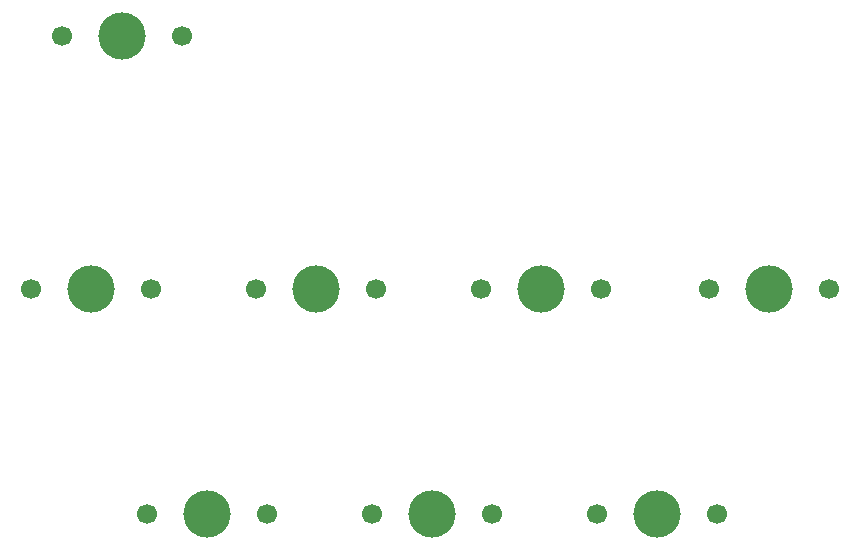
<source format=gbr>
%TF.GenerationSoftware,KiCad,Pcbnew,9.0.5*%
%TF.CreationDate,2025-12-01T20:35:21-06:00*%
%TF.ProjectId,KPad,4b506164-2e6b-4696-9361-645f70636258,rev?*%
%TF.SameCoordinates,Original*%
%TF.FileFunction,NonPlated,1,2,NPTH,Drill*%
%TF.FilePolarity,Positive*%
%FSLAX46Y46*%
G04 Gerber Fmt 4.6, Leading zero omitted, Abs format (unit mm)*
G04 Created by KiCad (PCBNEW 9.0.5) date 2025-12-01 20:35:21*
%MOMM*%
%LPD*%
G01*
G04 APERTURE LIST*
%TA.AperFunction,ComponentDrill*%
%ADD10C,1.700000*%
%TD*%
%TA.AperFunction,ComponentDrill*%
%ADD11C,4.000000*%
%TD*%
G04 APERTURE END LIST*
D10*
%TO.C,SW2*%
X66040000Y-80962500D03*
%TO.C,SW8*%
X68738750Y-59531250D03*
%TO.C,SW5*%
X75882500Y-100012500D03*
%TO.C,SW2*%
X76200000Y-80962500D03*
%TO.C,SW8*%
X78898750Y-59531250D03*
%TO.C,SW3*%
X85090000Y-80962500D03*
%TO.C,SW5*%
X86042500Y-100012500D03*
%TO.C,SW6*%
X94932500Y-100012500D03*
%TO.C,SW3*%
X95250000Y-80962500D03*
%TO.C,SW4*%
X104140000Y-80962500D03*
%TO.C,SW6*%
X105092500Y-100012500D03*
%TO.C,SW7*%
X113982500Y-100012500D03*
%TO.C,SW4*%
X114300000Y-80962500D03*
%TO.C,SW9*%
X123507500Y-80962500D03*
%TO.C,SW7*%
X124142500Y-100012500D03*
%TO.C,SW9*%
X133667500Y-80962500D03*
D11*
%TO.C,SW2*%
X71120000Y-80962500D03*
%TO.C,SW8*%
X73818750Y-59531250D03*
%TO.C,SW5*%
X80962500Y-100012500D03*
%TO.C,SW3*%
X90170000Y-80962500D03*
%TO.C,SW6*%
X100012500Y-100012500D03*
%TO.C,SW4*%
X109220000Y-80962500D03*
%TO.C,SW7*%
X119062500Y-100012500D03*
%TO.C,SW9*%
X128587500Y-80962500D03*
M02*

</source>
